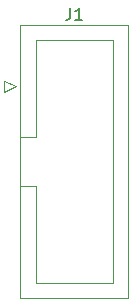
<source format=gbr>
%TF.GenerationSoftware,KiCad,Pcbnew,8.0.0-dirty*%
%TF.CreationDate,2024-04-13T23:16:22-04:00*%
%TF.ProjectId,RCJ_Open_LinePCB,52434a5f-4f70-4656-9e5f-4c696e655043,rev?*%
%TF.SameCoordinates,Original*%
%TF.FileFunction,Legend,Top*%
%TF.FilePolarity,Positive*%
%FSLAX46Y46*%
G04 Gerber Fmt 4.6, Leading zero omitted, Abs format (unit mm)*
G04 Created by KiCad (PCBNEW 8.0.0-dirty) date 2024-04-13 23:16:22*
%MOMM*%
%LPD*%
G01*
G04 APERTURE LIST*
%ADD10C,0.150000*%
%ADD11C,0.120000*%
G04 APERTURE END LIST*
D10*
X37501666Y-69714819D02*
X37501666Y-70429104D01*
X37501666Y-70429104D02*
X37454047Y-70571961D01*
X37454047Y-70571961D02*
X37358809Y-70667200D01*
X37358809Y-70667200D02*
X37215952Y-70714819D01*
X37215952Y-70714819D02*
X37120714Y-70714819D01*
X38501666Y-70714819D02*
X37930238Y-70714819D01*
X38215952Y-70714819D02*
X38215952Y-69714819D01*
X38215952Y-69714819D02*
X38120714Y-69857676D01*
X38120714Y-69857676D02*
X38025476Y-69952914D01*
X38025476Y-69952914D02*
X37930238Y-70000533D01*
D11*
%TO.C,J1*%
X31885000Y-75860000D02*
X31885000Y-76860000D01*
X31885000Y-76860000D02*
X32885000Y-76360000D01*
X32885000Y-76360000D02*
X31885000Y-75860000D01*
X33275000Y-71150000D02*
X42395000Y-71150000D01*
X33275000Y-80660000D02*
X34585000Y-80660000D01*
X33275000Y-94270000D02*
X33275000Y-71150000D01*
X34585000Y-72450000D02*
X41085000Y-72450000D01*
X34585000Y-80660000D02*
X34585000Y-72450000D01*
X34585000Y-84760000D02*
X33275000Y-84760000D01*
X34585000Y-84760000D02*
X34585000Y-84760000D01*
X34585000Y-92970000D02*
X34585000Y-84760000D01*
X41085000Y-72450000D02*
X41085000Y-92970000D01*
X41085000Y-92970000D02*
X34585000Y-92970000D01*
X42395000Y-71150000D02*
X42395000Y-94270000D01*
X42395000Y-94270000D02*
X33275000Y-94270000D01*
%TD*%
M02*

</source>
